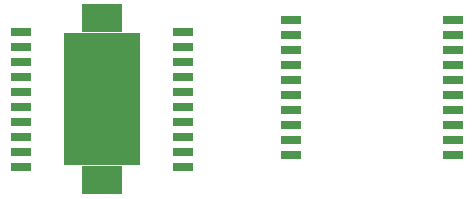
<source format=gbr>
%TF.GenerationSoftware,KiCad,Pcbnew,6.0.11-2627ca5db0~126~ubuntu20.04.1*%
%TF.CreationDate,2023-03-20T00:40:23-03:00*%
%TF.ProjectId,drive-l297,64726976-652d-46c3-9239-372e6b696361,rev?*%
%TF.SameCoordinates,Original*%
%TF.FileFunction,Paste,Top*%
%TF.FilePolarity,Positive*%
%FSLAX46Y46*%
G04 Gerber Fmt 4.6, Leading zero omitted, Abs format (unit mm)*
G04 Created by KiCad (PCBNEW 6.0.11-2627ca5db0~126~ubuntu20.04.1) date 2023-03-20 00:40:23*
%MOMM*%
%LPD*%
G01*
G04 APERTURE LIST*
%ADD10R,1.700000X0.700000*%
%ADD11R,3.400000X2.415000*%
%ADD12R,6.400000X11.270000*%
G04 APERTURE END LIST*
D10*
%TO.C,U2*%
X113038000Y-81153000D03*
X113038000Y-82423000D03*
X113038000Y-83693000D03*
X113038000Y-84963000D03*
X113038000Y-86233000D03*
X113038000Y-87503000D03*
X113038000Y-88773000D03*
X113038000Y-90043000D03*
X113038000Y-91313000D03*
X113038000Y-92583000D03*
X126738000Y-92583000D03*
X126738000Y-91313000D03*
X126738000Y-90043000D03*
X126738000Y-88773000D03*
X126738000Y-87503000D03*
X126738000Y-86233000D03*
X126738000Y-84963000D03*
X126738000Y-83693000D03*
X126738000Y-82423000D03*
X126738000Y-81153000D03*
D11*
X119888000Y-93710500D03*
X119888000Y-80025500D03*
D12*
X119888000Y-86868000D03*
%TD*%
D10*
%TO.C,U1*%
X135898000Y-80137000D03*
X135898000Y-81407000D03*
X135898000Y-82677000D03*
X135898000Y-83947000D03*
X135898000Y-85217000D03*
X135898000Y-86487000D03*
X135898000Y-87757000D03*
X135898000Y-89027000D03*
X135898000Y-90297000D03*
X135898000Y-91567000D03*
X149598000Y-91567000D03*
X149598000Y-90297000D03*
X149598000Y-89027000D03*
X149598000Y-87757000D03*
X149598000Y-86487000D03*
X149598000Y-85217000D03*
X149598000Y-83947000D03*
X149598000Y-82677000D03*
X149598000Y-81407000D03*
X149598000Y-80137000D03*
%TD*%
M02*

</source>
